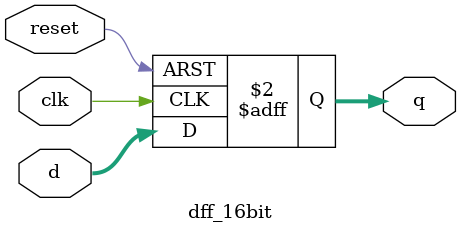
<source format=v>
`timescale 1ns / 1ps


module dff_16bit (
    input clk,
    input reset,
    input [15:0] d,
    output reg [15:0] q
);
    always @(posedge clk or posedge reset) begin
        if (reset)
            q <= 16'b0;
        else
            q <= d;
    end
endmodule

</source>
